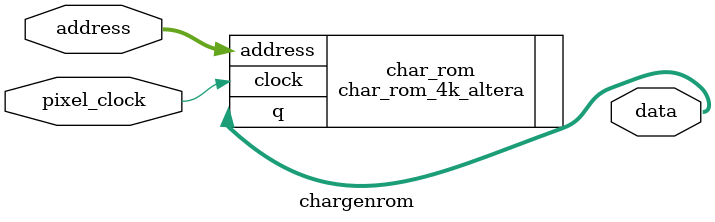
<source format=v>
module chargenrom
(
	pixel_clock,
	address,
	data
);

input				pixel_clock;
input		[11:0]	address;
output wire [7:0] 	data;

// Character generator
char_rom_4k_altera char_rom(
	.address(address),
	.clock(pixel_clock),
	.q(data)
);

endmodule //CHAR_GEN_ROM
</source>
